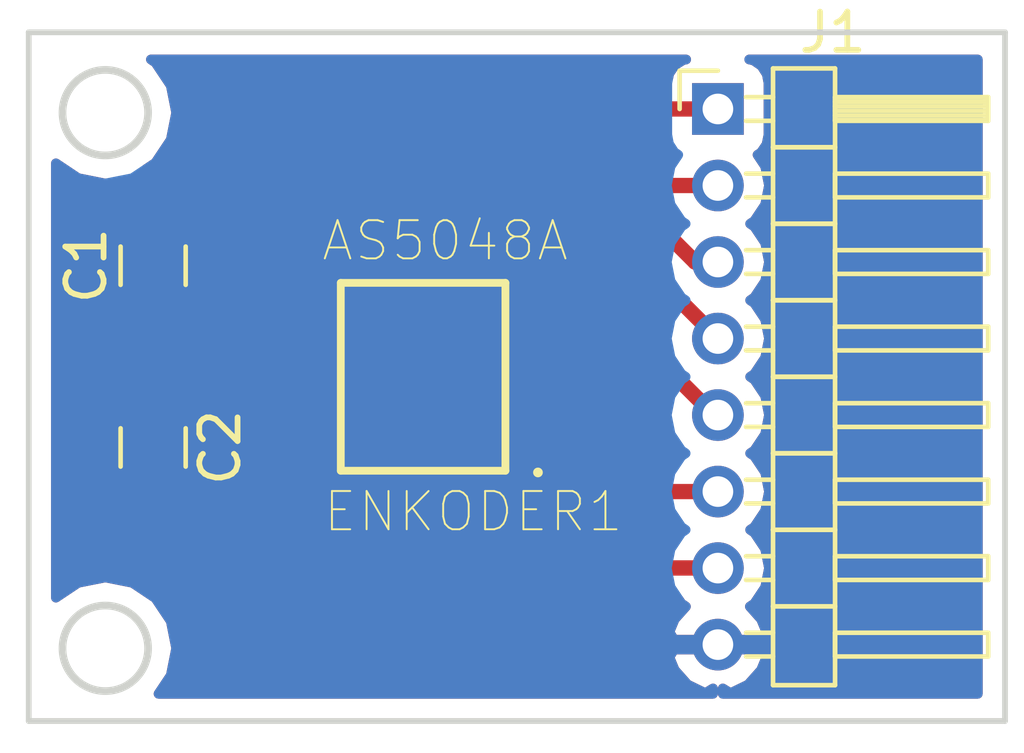
<source format=kicad_pcb>
(kicad_pcb (version 4) (host pcbnew 4.0.6)

  (general
    (links 13)
    (no_connects 1)
    (area 148.75 77.0286 175.534434 97.0786)
    (thickness 1.6)
    (drawings 6)
    (tracks 83)
    (zones 0)
    (modules 4)
    (nets 14)
  )

  (page A4)
  (layers
    (0 F.Cu signal)
    (31 B.Cu signal)
    (32 B.Adhes user)
    (33 F.Adhes user)
    (34 B.Paste user)
    (35 F.Paste user)
    (36 B.SilkS user)
    (37 F.SilkS user)
    (38 B.Mask user)
    (39 F.Mask user)
    (40 Dwgs.User user)
    (41 Cmts.User user)
    (42 Eco1.User user)
    (43 Eco2.User user)
    (44 Edge.Cuts user)
    (45 Margin user)
    (46 B.CrtYd user)
    (47 F.CrtYd user)
    (48 B.Fab user)
    (49 F.Fab user)
  )

  (setup
    (last_trace_width 0.4)
    (user_trace_width 0.4)
    (trace_clearance 0.2)
    (zone_clearance 0.508)
    (zone_45_only no)
    (trace_min 0.2)
    (segment_width 0.2)
    (edge_width 0.2)
    (via_size 0.6)
    (via_drill 0.4)
    (via_min_size 0.4)
    (via_min_drill 0.3)
    (uvia_size 0.3)
    (uvia_drill 0.1)
    (uvias_allowed no)
    (uvia_min_size 0.2)
    (uvia_min_drill 0.1)
    (pcb_text_width 0.3)
    (pcb_text_size 1.5 1.5)
    (mod_edge_width 0.15)
    (mod_text_size 1 1)
    (mod_text_width 0.15)
    (pad_size 1.524 1.524)
    (pad_drill 0.762)
    (pad_to_mask_clearance 0.2)
    (aux_axis_origin 0 0)
    (visible_elements 7FFFFFFF)
    (pcbplotparams
      (layerselection 0x00030_80000001)
      (usegerberextensions false)
      (excludeedgelayer true)
      (linewidth 0.100000)
      (plotframeref false)
      (viasonmask false)
      (mode 1)
      (useauxorigin false)
      (hpglpennumber 1)
      (hpglpenspeed 20)
      (hpglpendiameter 15)
      (hpglpenoverlay 2)
      (psnegative false)
      (psa4output false)
      (plotreference true)
      (plotvalue true)
      (plotinvisibletext false)
      (padsonsilk false)
      (subtractmaskfromsilk false)
      (outputformat 1)
      (mirror false)
      (drillshape 1)
      (scaleselection 1)
      (outputdirectory ""))
  )

  (net 0 "")
  (net 1 "Net-(ENKODER1-Pad5)")
  (net 2 "Net-(ENKODER1-Pad6)")
  (net 3 "Net-(ENKODER1-Pad7)")
  (net 4 "Net-(ENKODER1-Pad8)")
  (net 5 "Net-(ENKODER1-Pad9)")
  (net 6 "Net-(ENKODER1-Pad10)")
  (net 7 /3V3)
  (net 8 /GND)
  (net 9 /CSn)
  (net 10 /CLK)
  (net 11 /MISO)
  (net 12 /MOSI)
  (net 13 /PWM)

  (net_class Default "To jest domyślna klasa połączeń."
    (clearance 0.2)
    (trace_width 0.25)
    (via_dia 0.6)
    (via_drill 0.4)
    (uvia_dia 0.3)
    (uvia_drill 0.1)
    (add_net /3V3)
    (add_net /CLK)
    (add_net /CSn)
    (add_net /GND)
    (add_net /MISO)
    (add_net /MOSI)
    (add_net /PWM)
    (add_net "Net-(ENKODER1-Pad10)")
    (add_net "Net-(ENKODER1-Pad5)")
    (add_net "Net-(ENKODER1-Pad6)")
    (add_net "Net-(ENKODER1-Pad7)")
    (add_net "Net-(ENKODER1-Pad8)")
    (add_net "Net-(ENKODER1-Pad9)")
  )

  (net_class sciezka ""
    (clearance 0.2)
    (trace_width 0.4)
    (via_dia 0.6)
    (via_drill 0.4)
    (uvia_dia 0.3)
    (uvia_drill 0.1)
  )

  (module Capacitors_SMD:C_0805_HandSoldering (layer F.Cu) (tedit 58AA84A8) (tstamp 58F1FBFE)
    (at 152.75 84.1 90)
    (descr "Capacitor SMD 0805, hand soldering")
    (tags "capacitor 0805")
    (path /58EFE2E7)
    (attr smd)
    (fp_text reference C1 (at 0 -1.75 90) (layer F.SilkS)
      (effects (font (size 1 1) (thickness 0.15)))
    )
    (fp_text value 100nF (at 0 1.75 90) (layer F.Fab)
      (effects (font (size 1 1) (thickness 0.15)))
    )
    (fp_text user %R (at 0 -1.75 90) (layer F.Fab)
      (effects (font (size 1 1) (thickness 0.15)))
    )
    (fp_line (start -1 0.62) (end -1 -0.62) (layer F.Fab) (width 0.1))
    (fp_line (start 1 0.62) (end -1 0.62) (layer F.Fab) (width 0.1))
    (fp_line (start 1 -0.62) (end 1 0.62) (layer F.Fab) (width 0.1))
    (fp_line (start -1 -0.62) (end 1 -0.62) (layer F.Fab) (width 0.1))
    (fp_line (start 0.5 -0.85) (end -0.5 -0.85) (layer F.SilkS) (width 0.12))
    (fp_line (start -0.5 0.85) (end 0.5 0.85) (layer F.SilkS) (width 0.12))
    (fp_line (start -2.25 -0.88) (end 2.25 -0.88) (layer F.CrtYd) (width 0.05))
    (fp_line (start -2.25 -0.88) (end -2.25 0.87) (layer F.CrtYd) (width 0.05))
    (fp_line (start 2.25 0.87) (end 2.25 -0.88) (layer F.CrtYd) (width 0.05))
    (fp_line (start 2.25 0.87) (end -2.25 0.87) (layer F.CrtYd) (width 0.05))
    (pad 1 smd rect (at -1.25 0 90) (size 1.5 1.25) (layers F.Cu F.Paste F.Mask)
      (net 7 /3V3))
    (pad 2 smd rect (at 1.25 0 90) (size 1.5 1.25) (layers F.Cu F.Paste F.Mask)
      (net 8 /GND))
    (model Capacitors_SMD.3dshapes/C_0805.wrl
      (at (xyz 0 0 0))
      (scale (xyz 1 1 1))
      (rotate (xyz 0 0 0))
    )
  )

  (module Capacitors_SMD:C_0805_HandSoldering (layer F.Cu) (tedit 58AA84A8) (tstamp 58F1FC04)
    (at 152.75 88.85 270)
    (descr "Capacitor SMD 0805, hand soldering")
    (tags "capacitor 0805")
    (path /58EFE32E)
    (attr smd)
    (fp_text reference C2 (at 0 -1.75 270) (layer F.SilkS)
      (effects (font (size 1 1) (thickness 0.15)))
    )
    (fp_text value 10uF (at 0 1.75 270) (layer F.Fab)
      (effects (font (size 1 1) (thickness 0.15)))
    )
    (fp_text user %R (at 0 -1.75 270) (layer F.Fab)
      (effects (font (size 1 1) (thickness 0.15)))
    )
    (fp_line (start -1 0.62) (end -1 -0.62) (layer F.Fab) (width 0.1))
    (fp_line (start 1 0.62) (end -1 0.62) (layer F.Fab) (width 0.1))
    (fp_line (start 1 -0.62) (end 1 0.62) (layer F.Fab) (width 0.1))
    (fp_line (start -1 -0.62) (end 1 -0.62) (layer F.Fab) (width 0.1))
    (fp_line (start 0.5 -0.85) (end -0.5 -0.85) (layer F.SilkS) (width 0.12))
    (fp_line (start -0.5 0.85) (end 0.5 0.85) (layer F.SilkS) (width 0.12))
    (fp_line (start -2.25 -0.88) (end 2.25 -0.88) (layer F.CrtYd) (width 0.05))
    (fp_line (start -2.25 -0.88) (end -2.25 0.87) (layer F.CrtYd) (width 0.05))
    (fp_line (start 2.25 0.87) (end 2.25 -0.88) (layer F.CrtYd) (width 0.05))
    (fp_line (start 2.25 0.87) (end -2.25 0.87) (layer F.CrtYd) (width 0.05))
    (pad 1 smd rect (at -1.25 0 270) (size 1.5 1.25) (layers F.Cu F.Paste F.Mask)
      (net 7 /3V3))
    (pad 2 smd rect (at 1.25 0 270) (size 1.5 1.25) (layers F.Cu F.Paste F.Mask)
      (net 8 /GND))
    (model Capacitors_SMD.3dshapes/C_0805.wrl
      (at (xyz 0 0 0))
      (scale (xyz 1 1 1))
      (rotate (xyz 0 0 0))
    )
  )

  (module AS5048A-HTSP-500:SOP65P640X120-14N (layer F.Cu) (tedit 0) (tstamp 58F1FC16)
    (at 159.8011 87.0036 180)
    (path /58EFE809)
    (solder_mask_margin 0.1)
    (attr smd)
    (fp_text reference ENKODER1 (at -1.31 -3.525 180) (layer F.SilkS)
      (effects (font (size 1 1) (thickness 0.05)))
    )
    (fp_text value AS5048A (at -0.575 3.555 180) (layer F.SilkS)
      (effects (font (size 1 1) (thickness 0.05)))
    )
    (fp_line (start -2.15 2.455) (end -2.15 -2.455) (layer F.SilkS) (width 0.2032))
    (fp_line (start -2.15 -2.455) (end 2.15 -2.455) (layer F.SilkS) (width 0.2032))
    (fp_line (start 2.15 2.455) (end -2.15 2.455) (layer F.SilkS) (width 0.2032))
    (fp_line (start 2.15 -2.455) (end 2.15 2.455) (layer F.SilkS) (width 0.2032))
    (fp_circle (center -1.525 -1.825) (end -1.15 -1.825) (layer Dwgs.User) (width 0))
    (fp_poly (pts (xy -2.225 -2.1) (xy -2.225 -1.8) (xy -3.2 -1.8) (xy -3.2 -2.1)) (layer Dwgs.User) (width 0.381))
    (fp_poly (pts (xy -2.225 -1.45) (xy -2.225 -1.15) (xy -3.2 -1.15) (xy -3.2 -1.45)) (layer Dwgs.User) (width 0.381))
    (fp_poly (pts (xy -2.225 -0.8) (xy -2.225 -0.5) (xy -3.2 -0.5) (xy -3.2 -0.8)) (layer Dwgs.User) (width 0.381))
    (fp_poly (pts (xy -2.225 -0.15) (xy -2.225 0.15) (xy -3.2 0.15) (xy -3.2 -0.15)) (layer Dwgs.User) (width 0.381))
    (fp_poly (pts (xy -2.225 0.5) (xy -2.225 0.8) (xy -3.2 0.8) (xy -3.2 0.5)) (layer Dwgs.User) (width 0.381))
    (fp_poly (pts (xy -2.225 1.15) (xy -2.225 1.45) (xy -3.2 1.45) (xy -3.2 1.15)) (layer Dwgs.User) (width 0.381))
    (fp_poly (pts (xy -2.225 1.8) (xy -2.225 2.1) (xy -3.2 2.1) (xy -3.2 1.8)) (layer Dwgs.User) (width 0.381))
    (fp_poly (pts (xy 2.225 2.1) (xy 2.225 1.8) (xy 3.2 1.8) (xy 3.2 2.1)) (layer Dwgs.User) (width 0.381))
    (fp_poly (pts (xy 2.225 1.45) (xy 2.225 1.15) (xy 3.2 1.15) (xy 3.2 1.45)) (layer Dwgs.User) (width 0.381))
    (fp_poly (pts (xy 2.225 0.8) (xy 2.225 0.5) (xy 3.2 0.5) (xy 3.2 0.8)) (layer Dwgs.User) (width 0.381))
    (fp_poly (pts (xy 2.225 0.15) (xy 2.225 -0.15) (xy 3.2 -0.15) (xy 3.2 0.15)) (layer Dwgs.User) (width 0.381))
    (fp_poly (pts (xy 2.225 -0.5) (xy 2.225 -0.8) (xy 3.2 -0.8) (xy 3.2 -0.5)) (layer Dwgs.User) (width 0.381))
    (fp_poly (pts (xy 2.225 -1.15) (xy 2.225 -1.45) (xy 3.2 -1.45) (xy 3.2 -1.15)) (layer Dwgs.User) (width 0.381))
    (fp_poly (pts (xy 2.225 -1.8) (xy 2.225 -2.1) (xy 3.2 -2.1) (xy 3.2 -1.8)) (layer Dwgs.User) (width 0.381))
    (fp_circle (center -3 -2.5) (end -2.873 -2.5) (layer F.SilkS) (width 0))
    (fp_line (start -3.75 -2.75) (end 3.75 -2.75) (layer Dwgs.User) (width 0.127))
    (fp_line (start 3.75 -2.75) (end 3.75 2.75) (layer Dwgs.User) (width 0.127))
    (fp_line (start 3.75 2.75) (end -3.75 2.75) (layer Dwgs.User) (width 0.127))
    (fp_line (start -3.75 2.75) (end -3.75 -2.75) (layer Dwgs.User) (width 0.127))
    (pad 1 smd rect (at -2.825 -1.95 90) (size 0.35 1) (layers F.Cu F.Paste F.Mask)
      (net 9 /CSn) (solder_mask_margin 0.2))
    (pad 2 smd rect (at -2.825 -1.3 90) (size 0.35 1) (layers F.Cu F.Paste F.Mask)
      (net 10 /CLK) (solder_mask_margin 0.2))
    (pad 3 smd rect (at -2.825 -0.65 90) (size 0.35 1) (layers F.Cu F.Paste F.Mask)
      (net 11 /MISO) (solder_mask_margin 0.2))
    (pad 4 smd rect (at -2.825 0 90) (size 0.35 1) (layers F.Cu F.Paste F.Mask)
      (net 12 /MOSI) (solder_mask_margin 0.2))
    (pad 5 smd rect (at -2.825 0.65 90) (size 0.35 1) (layers F.Cu F.Paste F.Mask)
      (net 1 "Net-(ENKODER1-Pad5)") (solder_mask_margin 0.2))
    (pad 6 smd rect (at -2.825 1.3 90) (size 0.35 1) (layers F.Cu F.Paste F.Mask)
      (net 2 "Net-(ENKODER1-Pad6)") (solder_mask_margin 0.2))
    (pad 7 smd rect (at -2.825 1.95 90) (size 0.35 1) (layers F.Cu F.Paste F.Mask)
      (net 3 "Net-(ENKODER1-Pad7)") (solder_mask_margin 0.2))
    (pad 8 smd rect (at 2.825 1.95 270) (size 0.35 1) (layers F.Cu F.Paste F.Mask)
      (net 4 "Net-(ENKODER1-Pad8)") (solder_mask_margin 0.2))
    (pad 9 smd rect (at 2.825 1.3 270) (size 0.35 1) (layers F.Cu F.Paste F.Mask)
      (net 5 "Net-(ENKODER1-Pad9)") (solder_mask_margin 0.2))
    (pad 10 smd rect (at 2.825 0.65 270) (size 0.35 1) (layers F.Cu F.Paste F.Mask)
      (net 6 "Net-(ENKODER1-Pad10)") (solder_mask_margin 0.2))
    (pad 11 smd rect (at 2.825 0 270) (size 0.35 1) (layers F.Cu F.Paste F.Mask)
      (net 7 /3V3) (solder_mask_margin 0.2))
    (pad 12 smd rect (at 2.825 -0.65 270) (size 0.35 1) (layers F.Cu F.Paste F.Mask)
      (net 7 /3V3) (solder_mask_margin 0.2))
    (pad 13 smd rect (at 2.825 -1.3 270) (size 0.35 1) (layers F.Cu F.Paste F.Mask)
      (net 8 /GND) (solder_mask_margin 0.2))
    (pad 14 smd rect (at 2.825 -1.95 270) (size 0.35 1) (layers F.Cu F.Paste F.Mask)
      (net 13 /PWM) (solder_mask_margin 0.2))
  )

  (module Pin_Headers:Pin_Header_Angled_1x08_Pitch2.00mm (layer F.Cu) (tedit 58CD4EC9) (tstamp 58F1FC22)
    (at 167.5011 80.0036)
    (descr "Through hole angled pin header, 1x08, 2.00mm pitch, 4mm pin length, single row")
    (tags "Through hole angled pin header THT 1x08 2.00mm single row")
    (path /58F1FDBF)
    (fp_text reference J1 (at 3 -2) (layer F.SilkS)
      (effects (font (size 1 1) (thickness 0.15)))
    )
    (fp_text value CONN_01X08 (at 3 16) (layer F.Fab)
      (effects (font (size 1 1) (thickness 0.15)))
    )
    (fp_line (start 1.5 -1) (end 1.5 1) (layer F.Fab) (width 0.1))
    (fp_line (start 1.5 1) (end 3 1) (layer F.Fab) (width 0.1))
    (fp_line (start 3 1) (end 3 -1) (layer F.Fab) (width 0.1))
    (fp_line (start 3 -1) (end 1.5 -1) (layer F.Fab) (width 0.1))
    (fp_line (start 0 -0.25) (end 0 0.25) (layer F.Fab) (width 0.1))
    (fp_line (start 0 0.25) (end 7 0.25) (layer F.Fab) (width 0.1))
    (fp_line (start 7 0.25) (end 7 -0.25) (layer F.Fab) (width 0.1))
    (fp_line (start 7 -0.25) (end 0 -0.25) (layer F.Fab) (width 0.1))
    (fp_line (start 1.5 1) (end 1.5 3) (layer F.Fab) (width 0.1))
    (fp_line (start 1.5 3) (end 3 3) (layer F.Fab) (width 0.1))
    (fp_line (start 3 3) (end 3 1) (layer F.Fab) (width 0.1))
    (fp_line (start 3 1) (end 1.5 1) (layer F.Fab) (width 0.1))
    (fp_line (start 0 1.75) (end 0 2.25) (layer F.Fab) (width 0.1))
    (fp_line (start 0 2.25) (end 7 2.25) (layer F.Fab) (width 0.1))
    (fp_line (start 7 2.25) (end 7 1.75) (layer F.Fab) (width 0.1))
    (fp_line (start 7 1.75) (end 0 1.75) (layer F.Fab) (width 0.1))
    (fp_line (start 1.5 3) (end 1.5 5) (layer F.Fab) (width 0.1))
    (fp_line (start 1.5 5) (end 3 5) (layer F.Fab) (width 0.1))
    (fp_line (start 3 5) (end 3 3) (layer F.Fab) (width 0.1))
    (fp_line (start 3 3) (end 1.5 3) (layer F.Fab) (width 0.1))
    (fp_line (start 0 3.75) (end 0 4.25) (layer F.Fab) (width 0.1))
    (fp_line (start 0 4.25) (end 7 4.25) (layer F.Fab) (width 0.1))
    (fp_line (start 7 4.25) (end 7 3.75) (layer F.Fab) (width 0.1))
    (fp_line (start 7 3.75) (end 0 3.75) (layer F.Fab) (width 0.1))
    (fp_line (start 1.5 5) (end 1.5 7) (layer F.Fab) (width 0.1))
    (fp_line (start 1.5 7) (end 3 7) (layer F.Fab) (width 0.1))
    (fp_line (start 3 7) (end 3 5) (layer F.Fab) (width 0.1))
    (fp_line (start 3 5) (end 1.5 5) (layer F.Fab) (width 0.1))
    (fp_line (start 0 5.75) (end 0 6.25) (layer F.Fab) (width 0.1))
    (fp_line (start 0 6.25) (end 7 6.25) (layer F.Fab) (width 0.1))
    (fp_line (start 7 6.25) (end 7 5.75) (layer F.Fab) (width 0.1))
    (fp_line (start 7 5.75) (end 0 5.75) (layer F.Fab) (width 0.1))
    (fp_line (start 1.5 7) (end 1.5 9) (layer F.Fab) (width 0.1))
    (fp_line (start 1.5 9) (end 3 9) (layer F.Fab) (width 0.1))
    (fp_line (start 3 9) (end 3 7) (layer F.Fab) (width 0.1))
    (fp_line (start 3 7) (end 1.5 7) (layer F.Fab) (width 0.1))
    (fp_line (start 0 7.75) (end 0 8.25) (layer F.Fab) (width 0.1))
    (fp_line (start 0 8.25) (end 7 8.25) (layer F.Fab) (width 0.1))
    (fp_line (start 7 8.25) (end 7 7.75) (layer F.Fab) (width 0.1))
    (fp_line (start 7 7.75) (end 0 7.75) (layer F.Fab) (width 0.1))
    (fp_line (start 1.5 9) (end 1.5 11) (layer F.Fab) (width 0.1))
    (fp_line (start 1.5 11) (end 3 11) (layer F.Fab) (width 0.1))
    (fp_line (start 3 11) (end 3 9) (layer F.Fab) (width 0.1))
    (fp_line (start 3 9) (end 1.5 9) (layer F.Fab) (width 0.1))
    (fp_line (start 0 9.75) (end 0 10.25) (layer F.Fab) (width 0.1))
    (fp_line (start 0 10.25) (end 7 10.25) (layer F.Fab) (width 0.1))
    (fp_line (start 7 10.25) (end 7 9.75) (layer F.Fab) (width 0.1))
    (fp_line (start 7 9.75) (end 0 9.75) (layer F.Fab) (width 0.1))
    (fp_line (start 1.5 11) (end 1.5 13) (layer F.Fab) (width 0.1))
    (fp_line (start 1.5 13) (end 3 13) (layer F.Fab) (width 0.1))
    (fp_line (start 3 13) (end 3 11) (layer F.Fab) (width 0.1))
    (fp_line (start 3 11) (end 1.5 11) (layer F.Fab) (width 0.1))
    (fp_line (start 0 11.75) (end 0 12.25) (layer F.Fab) (width 0.1))
    (fp_line (start 0 12.25) (end 7 12.25) (layer F.Fab) (width 0.1))
    (fp_line (start 7 12.25) (end 7 11.75) (layer F.Fab) (width 0.1))
    (fp_line (start 7 11.75) (end 0 11.75) (layer F.Fab) (width 0.1))
    (fp_line (start 1.5 13) (end 1.5 15) (layer F.Fab) (width 0.1))
    (fp_line (start 1.5 15) (end 3 15) (layer F.Fab) (width 0.1))
    (fp_line (start 3 15) (end 3 13) (layer F.Fab) (width 0.1))
    (fp_line (start 3 13) (end 1.5 13) (layer F.Fab) (width 0.1))
    (fp_line (start 0 13.75) (end 0 14.25) (layer F.Fab) (width 0.1))
    (fp_line (start 0 14.25) (end 7 14.25) (layer F.Fab) (width 0.1))
    (fp_line (start 7 14.25) (end 7 13.75) (layer F.Fab) (width 0.1))
    (fp_line (start 7 13.75) (end 0 13.75) (layer F.Fab) (width 0.1))
    (fp_line (start 1.44 -1.06) (end 1.44 1) (layer F.SilkS) (width 0.12))
    (fp_line (start 1.44 1) (end 3.06 1) (layer F.SilkS) (width 0.12))
    (fp_line (start 3.06 1) (end 3.06 -1.06) (layer F.SilkS) (width 0.12))
    (fp_line (start 3.06 -1.06) (end 1.44 -1.06) (layer F.SilkS) (width 0.12))
    (fp_line (start 3.06 -0.31) (end 3.06 0.31) (layer F.SilkS) (width 0.12))
    (fp_line (start 3.06 0.31) (end 7.06 0.31) (layer F.SilkS) (width 0.12))
    (fp_line (start 7.06 0.31) (end 7.06 -0.31) (layer F.SilkS) (width 0.12))
    (fp_line (start 7.06 -0.31) (end 3.06 -0.31) (layer F.SilkS) (width 0.12))
    (fp_line (start 0.735 -0.31) (end 1.44 -0.31) (layer F.SilkS) (width 0.12))
    (fp_line (start 0.735 0.31) (end 1.44 0.31) (layer F.SilkS) (width 0.12))
    (fp_line (start 3.06 -0.19) (end 7.06 -0.19) (layer F.SilkS) (width 0.12))
    (fp_line (start 3.06 -0.07) (end 7.06 -0.07) (layer F.SilkS) (width 0.12))
    (fp_line (start 3.06 0.05) (end 7.06 0.05) (layer F.SilkS) (width 0.12))
    (fp_line (start 3.06 0.17) (end 7.06 0.17) (layer F.SilkS) (width 0.12))
    (fp_line (start 3.06 0.29) (end 7.06 0.29) (layer F.SilkS) (width 0.12))
    (fp_line (start 1.44 1) (end 1.44 3) (layer F.SilkS) (width 0.12))
    (fp_line (start 1.44 3) (end 3.06 3) (layer F.SilkS) (width 0.12))
    (fp_line (start 3.06 3) (end 3.06 1) (layer F.SilkS) (width 0.12))
    (fp_line (start 3.06 1) (end 1.44 1) (layer F.SilkS) (width 0.12))
    (fp_line (start 3.06 1.69) (end 3.06 2.31) (layer F.SilkS) (width 0.12))
    (fp_line (start 3.06 2.31) (end 7.06 2.31) (layer F.SilkS) (width 0.12))
    (fp_line (start 7.06 2.31) (end 7.06 1.69) (layer F.SilkS) (width 0.12))
    (fp_line (start 7.06 1.69) (end 3.06 1.69) (layer F.SilkS) (width 0.12))
    (fp_line (start 0.735 1.69) (end 1.44 1.69) (layer F.SilkS) (width 0.12))
    (fp_line (start 0.735 2.31) (end 1.44 2.31) (layer F.SilkS) (width 0.12))
    (fp_line (start 1.44 3) (end 1.44 5) (layer F.SilkS) (width 0.12))
    (fp_line (start 1.44 5) (end 3.06 5) (layer F.SilkS) (width 0.12))
    (fp_line (start 3.06 5) (end 3.06 3) (layer F.SilkS) (width 0.12))
    (fp_line (start 3.06 3) (end 1.44 3) (layer F.SilkS) (width 0.12))
    (fp_line (start 3.06 3.69) (end 3.06 4.31) (layer F.SilkS) (width 0.12))
    (fp_line (start 3.06 4.31) (end 7.06 4.31) (layer F.SilkS) (width 0.12))
    (fp_line (start 7.06 4.31) (end 7.06 3.69) (layer F.SilkS) (width 0.12))
    (fp_line (start 7.06 3.69) (end 3.06 3.69) (layer F.SilkS) (width 0.12))
    (fp_line (start 0.735 3.69) (end 1.44 3.69) (layer F.SilkS) (width 0.12))
    (fp_line (start 0.735 4.31) (end 1.44 4.31) (layer F.SilkS) (width 0.12))
    (fp_line (start 1.44 5) (end 1.44 7) (layer F.SilkS) (width 0.12))
    (fp_line (start 1.44 7) (end 3.06 7) (layer F.SilkS) (width 0.12))
    (fp_line (start 3.06 7) (end 3.06 5) (layer F.SilkS) (width 0.12))
    (fp_line (start 3.06 5) (end 1.44 5) (layer F.SilkS) (width 0.12))
    (fp_line (start 3.06 5.69) (end 3.06 6.31) (layer F.SilkS) (width 0.12))
    (fp_line (start 3.06 6.31) (end 7.06 6.31) (layer F.SilkS) (width 0.12))
    (fp_line (start 7.06 6.31) (end 7.06 5.69) (layer F.SilkS) (width 0.12))
    (fp_line (start 7.06 5.69) (end 3.06 5.69) (layer F.SilkS) (width 0.12))
    (fp_line (start 0.735 5.69) (end 1.44 5.69) (layer F.SilkS) (width 0.12))
    (fp_line (start 0.735 6.31) (end 1.44 6.31) (layer F.SilkS) (width 0.12))
    (fp_line (start 1.44 7) (end 1.44 9) (layer F.SilkS) (width 0.12))
    (fp_line (start 1.44 9) (end 3.06 9) (layer F.SilkS) (width 0.12))
    (fp_line (start 3.06 9) (end 3.06 7) (layer F.SilkS) (width 0.12))
    (fp_line (start 3.06 7) (end 1.44 7) (layer F.SilkS) (width 0.12))
    (fp_line (start 3.06 7.69) (end 3.06 8.31) (layer F.SilkS) (width 0.12))
    (fp_line (start 3.06 8.31) (end 7.06 8.31) (layer F.SilkS) (width 0.12))
    (fp_line (start 7.06 8.31) (end 7.06 7.69) (layer F.SilkS) (width 0.12))
    (fp_line (start 7.06 7.69) (end 3.06 7.69) (layer F.SilkS) (width 0.12))
    (fp_line (start 0.735 7.69) (end 1.44 7.69) (layer F.SilkS) (width 0.12))
    (fp_line (start 0.735 8.31) (end 1.44 8.31) (layer F.SilkS) (width 0.12))
    (fp_line (start 1.44 9) (end 1.44 11) (layer F.SilkS) (width 0.12))
    (fp_line (start 1.44 11) (end 3.06 11) (layer F.SilkS) (width 0.12))
    (fp_line (start 3.06 11) (end 3.06 9) (layer F.SilkS) (width 0.12))
    (fp_line (start 3.06 9) (end 1.44 9) (layer F.SilkS) (width 0.12))
    (fp_line (start 3.06 9.69) (end 3.06 10.31) (layer F.SilkS) (width 0.12))
    (fp_line (start 3.06 10.31) (end 7.06 10.31) (layer F.SilkS) (width 0.12))
    (fp_line (start 7.06 10.31) (end 7.06 9.69) (layer F.SilkS) (width 0.12))
    (fp_line (start 7.06 9.69) (end 3.06 9.69) (layer F.SilkS) (width 0.12))
    (fp_line (start 0.735 9.69) (end 1.44 9.69) (layer F.SilkS) (width 0.12))
    (fp_line (start 0.735 10.31) (end 1.44 10.31) (layer F.SilkS) (width 0.12))
    (fp_line (start 1.44 11) (end 1.44 13) (layer F.SilkS) (width 0.12))
    (fp_line (start 1.44 13) (end 3.06 13) (layer F.SilkS) (width 0.12))
    (fp_line (start 3.06 13) (end 3.06 11) (layer F.SilkS) (width 0.12))
    (fp_line (start 3.06 11) (end 1.44 11) (layer F.SilkS) (width 0.12))
    (fp_line (start 3.06 11.69) (end 3.06 12.31) (layer F.SilkS) (width 0.12))
    (fp_line (start 3.06 12.31) (end 7.06 12.31) (layer F.SilkS) (width 0.12))
    (fp_line (start 7.06 12.31) (end 7.06 11.69) (layer F.SilkS) (width 0.12))
    (fp_line (start 7.06 11.69) (end 3.06 11.69) (layer F.SilkS) (width 0.12))
    (fp_line (start 0.735 11.69) (end 1.44 11.69) (layer F.SilkS) (width 0.12))
    (fp_line (start 0.735 12.31) (end 1.44 12.31) (layer F.SilkS) (width 0.12))
    (fp_line (start 1.44 13) (end 1.44 15.06) (layer F.SilkS) (width 0.12))
    (fp_line (start 1.44 15.06) (end 3.06 15.06) (layer F.SilkS) (width 0.12))
    (fp_line (start 3.06 15.06) (end 3.06 13) (layer F.SilkS) (width 0.12))
    (fp_line (start 3.06 13) (end 1.44 13) (layer F.SilkS) (width 0.12))
    (fp_line (start 3.06 13.69) (end 3.06 14.31) (layer F.SilkS) (width 0.12))
    (fp_line (start 3.06 14.31) (end 7.06 14.31) (layer F.SilkS) (width 0.12))
    (fp_line (start 7.06 14.31) (end 7.06 13.69) (layer F.SilkS) (width 0.12))
    (fp_line (start 7.06 13.69) (end 3.06 13.69) (layer F.SilkS) (width 0.12))
    (fp_line (start 0.735 13.69) (end 1.44 13.69) (layer F.SilkS) (width 0.12))
    (fp_line (start 0.735 14.31) (end 1.44 14.31) (layer F.SilkS) (width 0.12))
    (fp_line (start -1 0) (end -1 -1) (layer F.SilkS) (width 0.12))
    (fp_line (start -1 -1) (end 0 -1) (layer F.SilkS) (width 0.12))
    (fp_line (start -1.5 -1.5) (end -1.5 15.5) (layer F.CrtYd) (width 0.05))
    (fp_line (start -1.5 15.5) (end 7.5 15.5) (layer F.CrtYd) (width 0.05))
    (fp_line (start 7.5 15.5) (end 7.5 -1.5) (layer F.CrtYd) (width 0.05))
    (fp_line (start 7.5 -1.5) (end -1.5 -1.5) (layer F.CrtYd) (width 0.05))
    (fp_text user %R (at 3 -2) (layer F.Fab)
      (effects (font (size 1 1) (thickness 0.15)))
    )
    (pad 1 thru_hole rect (at 0 0) (size 1.35 1.35) (drill 0.8) (layers *.Cu *.Mask)
      (net 7 /3V3))
    (pad 2 thru_hole oval (at 0 2) (size 1.35 1.35) (drill 0.8) (layers *.Cu *.Mask)
      (net 7 /3V3))
    (pad 3 thru_hole oval (at 0 4) (size 1.35 1.35) (drill 0.8) (layers *.Cu *.Mask)
      (net 13 /PWM))
    (pad 4 thru_hole oval (at 0 6) (size 1.35 1.35) (drill 0.8) (layers *.Cu *.Mask)
      (net 9 /CSn))
    (pad 5 thru_hole oval (at 0 8) (size 1.35 1.35) (drill 0.8) (layers *.Cu *.Mask)
      (net 10 /CLK))
    (pad 6 thru_hole oval (at 0 10) (size 1.35 1.35) (drill 0.8) (layers *.Cu *.Mask)
      (net 12 /MOSI))
    (pad 7 thru_hole oval (at 0 12) (size 1.35 1.35) (drill 0.8) (layers *.Cu *.Mask)
      (net 11 /MISO))
    (pad 8 thru_hole oval (at 0 14) (size 1.35 1.35) (drill 0.8) (layers *.Cu *.Mask)
      (net 8 /GND))
    (model ${KISYS3DMOD}/Pin_Headers.3dshapes/Pin_Header_Angled_1x08_Pitch2.00mm.wrl
      (at (xyz 0 -0.275591 0))
      (scale (xyz 1 1 1))
      (rotate (xyz 0 0 90))
    )
  )

  (gr_line (start 149.5 78) (end 149.5 96) (angle 90) (layer Edge.Cuts) (width 0.15))
  (gr_line (start 175 78) (end 149.5 78) (angle 90) (layer Edge.Cuts) (width 0.15))
  (gr_line (start 175 96) (end 149.5 96) (angle 90) (layer Edge.Cuts) (width 0.15))
  (gr_circle (center 151.5 94.1) (end 152.5 94.6) (layer Edge.Cuts) (width 0.2))
  (gr_circle (center 151.5 80.1) (end 152 81.1) (layer Edge.Cuts) (width 0.2))
  (gr_line (start 175 78) (end 175 96) (angle 90) (layer Edge.Cuts) (width 0.15))

  (segment (start 154.955 84.455) (end 154.935 84.455) (width 0.4) (layer F.Cu) (net 7))
  (segment (start 154.935 84.455) (end 154.04 85.35) (width 0.4) (layer F.Cu) (net 7) (tstamp 58F7D0D9))
  (segment (start 154.35 85.35) (end 154.39 85.35) (width 0.4) (layer F.Cu) (net 7))
  (segment (start 167.5011 80.0036) (end 159.4064 80.0036) (width 0.4) (layer F.Cu) (net 7))
  (segment (start 158.535 80.875) (end 159.4064 80.0036) (width 0.4) (layer F.Cu) (net 7) (tstamp 58F7D0B8))
  (segment (start 158.535 80.875) (end 154.955 84.455) (width 0.4) (layer F.Cu) (net 7))
  (segment (start 154.955 85.955) (end 154.93 85.93) (width 0.4) (layer F.Cu) (net 7) (tstamp 58F7D0C4))
  (segment (start 158.25 87.25) (end 158.25 87.3) (width 0.4) (layer F.Cu) (net 7))
  (segment (start 158.25 87.3) (end 157.8964 87.6536) (width 0.4) (layer F.Cu) (net 7) (tstamp 58F205B1))
  (segment (start 157.8964 87.6536) (end 156.9761 87.6536) (width 0.4) (layer F.Cu) (net 7) (tstamp 58F205B2))
  (segment (start 158.7 83.1) (end 158.3 83.5) (width 0.4) (layer F.Cu) (net 7))
  (segment (start 158.3 87.2) (end 158.25 87.25) (width 0.4) (layer F.Cu) (net 7) (tstamp 58F2058A))
  (segment (start 158.25 87.25) (end 158.2 87.3) (width 0.4) (layer F.Cu) (net 7) (tstamp 58F205AF))
  (segment (start 158.3 83.5) (end 158.3 87.2) (width 0.4) (layer F.Cu) (net 7) (tstamp 58F20588))
  (segment (start 156.9761 87.6536) (end 152.8036 87.6536) (width 0.4) (layer F.Cu) (net 7))
  (segment (start 152.8036 87.6536) (end 152.75 87.6) (width 0.4) (layer F.Cu) (net 7) (tstamp 58F20502))
  (segment (start 167.5011 82.0036) (end 166.0036 82.0036) (width 0.4) (layer F.Cu) (net 7))
  (segment (start 160.9 80.9) (end 158.7 83.1) (width 0.4) (layer F.Cu) (net 7) (tstamp 58F204CB))
  (segment (start 158.7 83.1) (end 158.6 83.2) (width 0.4) (layer F.Cu) (net 7) (tstamp 58F20586))
  (segment (start 164.9 80.9) (end 160.9 80.9) (width 0.4) (layer F.Cu) (net 7) (tstamp 58F204C9))
  (segment (start 166.0036 82.0036) (end 164.9 80.9) (width 0.4) (layer F.Cu) (net 7) (tstamp 58F204C1))
  (segment (start 152.75 85.35) (end 154.04 85.35) (width 0.4) (layer F.Cu) (net 7))
  (segment (start 154.04 85.35) (end 154.35 85.35) (width 0.4) (layer F.Cu) (net 7) (tstamp 58F7D0DE))
  (segment (start 154.35 85.35) (end 154.6 85.6) (width 0.4) (layer F.Cu) (net 7) (tstamp 58F20489))
  (segment (start 154.6 85.6) (end 154.93 85.93) (width 0.4) (layer F.Cu) (net 7) (tstamp 58F204B7))
  (segment (start 154.93 85.93) (end 156.0036 87.0036) (width 0.4) (layer F.Cu) (net 7) (tstamp 58F7D0C7))
  (segment (start 156.0036 87.0036) (end 156.9761 87.0036) (width 0.4) (layer F.Cu) (net 7) (tstamp 58F2048A))
  (segment (start 156.9761 87.6536) (end 157.8964 87.6536) (width 0.4) (layer F.Cu) (net 7))
  (segment (start 158.6 83.2) (end 158.55 83.25) (width 0.4) (layer F.Cu) (net 7) (tstamp 58F20474))
  (segment (start 156.9761 87.0036) (end 156.0036 87.0036) (width 0.25) (layer F.Cu) (net 7))
  (segment (start 156.0036 87.0036) (end 154.35 85.35) (width 0.25) (layer F.Cu) (net 7) (tstamp 58F203AE))
  (segment (start 152.8036 87.6536) (end 152.75 87.6) (width 0.25) (layer F.Cu) (net 7) (tstamp 58F203A6))
  (segment (start 152.9036 87.7536) (end 152.75 87.6) (width 0.25) (layer F.Cu) (net 7) (tstamp 58F20037))
  (segment (start 156.9761 88.3036) (end 155.6036 88.3036) (width 0.4) (layer F.Cu) (net 8))
  (segment (start 154.5 89.4072) (end 154.5 90.1) (width 0.4) (layer F.Cu) (net 8) (tstamp 58F204FC))
  (segment (start 155.6036 88.3036) (end 154.5 89.4072) (width 0.4) (layer F.Cu) (net 8) (tstamp 58F204FA))
  (segment (start 152.75 90.1) (end 154.5 90.1) (width 0.4) (layer F.Cu) (net 8))
  (segment (start 167.5011 94.0036) (end 158.4036 94.0036) (width 0.4) (layer F.Cu) (net 8))
  (segment (start 158.4036 94.0036) (end 154.5 90.1) (width 0.4) (layer F.Cu) (net 8) (tstamp 58F204DC))
  (segment (start 152.75 82.85) (end 151 82.85) (width 0.4) (layer F.Cu) (net 8))
  (segment (start 151 82.85) (end 151 89.6) (width 0.4) (layer F.Cu) (net 8) (tstamp 58F204D2))
  (segment (start 151 89.6) (end 151.5 90.1) (width 0.4) (layer F.Cu) (net 8) (tstamp 58F204D3))
  (segment (start 151.5 90.1) (end 152.75 90.1) (width 0.4) (layer F.Cu) (net 8) (tstamp 58F204D5))
  (segment (start 152.75 90.1) (end 151.5 90.1) (width 0.25) (layer F.Cu) (net 8))
  (segment (start 151.5 90.1) (end 151 89.6) (width 0.25) (layer F.Cu) (net 8) (tstamp 58F2007C))
  (segment (start 151 82.85) (end 151 89.6) (width 0.25) (layer F.Cu) (net 8) (tstamp 58F2006F))
  (segment (start 162.6261 88.9536) (end 160.6536 88.9536) (width 0.4) (layer F.Cu) (net 9))
  (segment (start 163.8975 82.4) (end 167.5011 86.0036) (width 0.4) (layer F.Cu) (net 9) (tstamp 58F205FC))
  (segment (start 161.6 82.4) (end 163.8975 82.4) (width 0.4) (layer F.Cu) (net 9) (tstamp 58F205F7))
  (segment (start 160 84) (end 161.6 82.4) (width 0.4) (layer F.Cu) (net 9) (tstamp 58F205F5))
  (segment (start 160 88.3) (end 160 84) (width 0.4) (layer F.Cu) (net 9) (tstamp 58F205F3))
  (segment (start 160.6536 88.9536) (end 160 88.3) (width 0.4) (layer F.Cu) (net 9) (tstamp 58F205EF))
  (segment (start 162.6261 88.9536) (end 161.0536 88.9536) (width 0.25) (layer F.Cu) (net 9))
  (segment (start 167.5011 88.0036) (end 167.4036 88.0036) (width 0.4) (layer F.Cu) (net 10))
  (segment (start 167.4036 88.0036) (end 165.9 86.5) (width 0.4) (layer F.Cu) (net 10) (tstamp 58F20626))
  (segment (start 162.6261 88.3036) (end 161.5036 88.3036) (width 0.4) (layer F.Cu) (net 10))
  (segment (start 165.9 86) (end 165.9 86.5) (width 0.4) (layer F.Cu) (net 10) (tstamp 58F2061B))
  (segment (start 163.7 83.8) (end 165.9 86) (width 0.4) (layer F.Cu) (net 10) (tstamp 58F20615))
  (segment (start 162.1 83.8) (end 163.7 83.8) (width 0.4) (layer F.Cu) (net 10) (tstamp 58F20612))
  (segment (start 161.1 84.8) (end 162.1 83.8) (width 0.4) (layer F.Cu) (net 10) (tstamp 58F2060F))
  (segment (start 161.1 87.9) (end 161.1 84.8) (width 0.4) (layer F.Cu) (net 10) (tstamp 58F2060C))
  (segment (start 161.5036 88.3036) (end 161.1 87.9) (width 0.4) (layer F.Cu) (net 10) (tstamp 58F20609))
  (segment (start 165.5 92) (end 167.4975 92) (width 0.4) (layer F.Cu) (net 11))
  (segment (start 167.4975 92) (end 167.5011 92.0036) (width 0.4) (layer F.Cu) (net 11) (tstamp 58F20541))
  (segment (start 162.6261 87.6536) (end 163.5536 87.6536) (width 0.4) (layer F.Cu) (net 11))
  (segment (start 164.2 90.7) (end 165.5 92) (width 0.4) (layer F.Cu) (net 11) (tstamp 58F2053C))
  (segment (start 164.2 88.3) (end 164.2 90.7) (width 0.4) (layer F.Cu) (net 11) (tstamp 58F20539))
  (segment (start 163.5536 87.6536) (end 164.2 88.3) (width 0.4) (layer F.Cu) (net 11) (tstamp 58F20537))
  (segment (start 165.5 92) (end 165.4 92) (width 0.25) (layer F.Cu) (net 11) (tstamp 58F2053F))
  (segment (start 167.4975 92) (end 167.5011 92.0036) (width 0.25) (layer F.Cu) (net 11) (tstamp 58F1FE25))
  (segment (start 162.6261 87.0036) (end 164.2036 87.0036) (width 0.4) (layer F.Cu) (net 12))
  (segment (start 165.2036 90.0036) (end 167.5011 90.0036) (width 0.4) (layer F.Cu) (net 12) (tstamp 58F20534))
  (segment (start 165.1 89.9) (end 165.2036 90.0036) (width 0.4) (layer F.Cu) (net 12) (tstamp 58F2052F))
  (segment (start 165.1 87.9) (end 165.1 89.9) (width 0.4) (layer F.Cu) (net 12) (tstamp 58F20529))
  (segment (start 164.2036 87.0036) (end 165.1 87.9) (width 0.4) (layer F.Cu) (net 12) (tstamp 58F20523))
  (segment (start 159 87.9) (end 159 83.9) (width 0.4) (layer F.Cu) (net 13))
  (segment (start 164.6 81.7) (end 166.9036 84.0036) (width 0.4) (layer F.Cu) (net 13) (tstamp 58F205D5))
  (segment (start 164.3 81.7) (end 164.6 81.7) (width 0.4) (layer F.Cu) (net 13) (tstamp 58F205D1))
  (segment (start 161.2 81.7) (end 164.3 81.7) (width 0.4) (layer F.Cu) (net 13) (tstamp 58F205CC))
  (segment (start 159 83.9) (end 161.2 81.7) (width 0.4) (layer F.Cu) (net 13) (tstamp 58F205CB))
  (segment (start 166.9036 84.0036) (end 167.5011 84.0036) (width 0.4) (layer F.Cu) (net 13) (tstamp 58F205D8))
  (segment (start 156.9761 88.9536) (end 157.9464 88.9536) (width 0.4) (layer F.Cu) (net 13))
  (segment (start 157.9464 88.9536) (end 159 87.9) (width 0.4) (layer F.Cu) (net 13) (tstamp 58F2054E))

  (zone (net 8) (net_name /GND) (layer B.Cu) (tstamp 58F20949) (hatch edge 0.508)
    (connect_pads (clearance 0.508))
    (min_thickness 0.254)
    (fill yes (arc_segments 16) (thermal_gap 0.508) (thermal_bridge_width 0.508))
    (polygon
      (pts
        (xy 175.5 77.75) (xy 175.5 96) (xy 175 96.5) (xy 149 96.5) (xy 148.75 96.25)
        (xy 148.75 78.25) (xy 149.75 77.25) (xy 174.75 77.25)
      )
    )
    (filled_polygon
      (pts
        (xy 166.590783 78.725438) (xy 166.374659 78.86451) (xy 166.229669 79.07671) (xy 166.17866 79.3286) (xy 166.17866 80.6786)
        (xy 166.222938 80.913917) (xy 166.36201 81.130041) (xy 166.466277 81.201283) (xy 166.265154 81.502285) (xy 166.165436 82.0036)
        (xy 166.265154 82.504915) (xy 166.549126 82.92991) (xy 166.659411 83.0036) (xy 166.549126 83.07729) (xy 166.265154 83.502285)
        (xy 166.165436 84.0036) (xy 166.265154 84.504915) (xy 166.549126 84.92991) (xy 166.659411 85.0036) (xy 166.549126 85.07729)
        (xy 166.265154 85.502285) (xy 166.165436 86.0036) (xy 166.265154 86.504915) (xy 166.549126 86.92991) (xy 166.659411 87.0036)
        (xy 166.549126 87.07729) (xy 166.265154 87.502285) (xy 166.165436 88.0036) (xy 166.265154 88.504915) (xy 166.549126 88.92991)
        (xy 166.659411 89.0036) (xy 166.549126 89.07729) (xy 166.265154 89.502285) (xy 166.165436 90.0036) (xy 166.265154 90.504915)
        (xy 166.549126 90.92991) (xy 166.659411 91.0036) (xy 166.549126 91.07729) (xy 166.265154 91.502285) (xy 166.165436 92.0036)
        (xy 166.265154 92.504915) (xy 166.549126 92.92991) (xy 166.666786 93.008528) (xy 166.371622 93.339967) (xy 166.23319 93.6742)
        (xy 166.356876 93.8766) (xy 167.3741 93.8766) (xy 167.3741 93.8566) (xy 167.6281 93.8566) (xy 167.6281 93.8766)
        (xy 168.645324 93.8766) (xy 168.76901 93.6742) (xy 168.630578 93.339967) (xy 168.335414 93.008528) (xy 168.453074 92.92991)
        (xy 168.737046 92.504915) (xy 168.836764 92.0036) (xy 168.737046 91.502285) (xy 168.453074 91.07729) (xy 168.342789 91.0036)
        (xy 168.453074 90.92991) (xy 168.737046 90.504915) (xy 168.836764 90.0036) (xy 168.737046 89.502285) (xy 168.453074 89.07729)
        (xy 168.342789 89.0036) (xy 168.453074 88.92991) (xy 168.737046 88.504915) (xy 168.836764 88.0036) (xy 168.737046 87.502285)
        (xy 168.453074 87.07729) (xy 168.342789 87.0036) (xy 168.453074 86.92991) (xy 168.737046 86.504915) (xy 168.836764 86.0036)
        (xy 168.737046 85.502285) (xy 168.453074 85.07729) (xy 168.342789 85.0036) (xy 168.453074 84.92991) (xy 168.737046 84.504915)
        (xy 168.836764 84.0036) (xy 168.737046 83.502285) (xy 168.453074 83.07729) (xy 168.342789 83.0036) (xy 168.453074 82.92991)
        (xy 168.737046 82.504915) (xy 168.836764 82.0036) (xy 168.737046 81.502285) (xy 168.536092 81.201536) (xy 168.627541 81.14269)
        (xy 168.772531 80.93049) (xy 168.82354 80.6786) (xy 168.82354 79.3286) (xy 168.779262 79.093283) (xy 168.64019 78.877159)
        (xy 168.42799 78.732169) (xy 168.318516 78.71) (xy 174.29 78.71) (xy 174.29 95.29) (xy 167.628102 95.29)
        (xy 167.628102 95.148691) (xy 167.830502 95.27152) (xy 168.29064 95.048949) (xy 168.630578 94.667233) (xy 168.76901 94.333)
        (xy 168.645324 94.1306) (xy 167.6281 94.1306) (xy 167.6281 94.1506) (xy 167.3741 94.1506) (xy 167.3741 94.1306)
        (xy 166.356876 94.1306) (xy 166.23319 94.333) (xy 166.371622 94.667233) (xy 166.71156 95.048949) (xy 167.171698 95.27152)
        (xy 167.374098 95.148691) (xy 167.374098 95.29) (xy 152.89067 95.29) (xy 153.21198 94.809125) (xy 153.353034 94.1)
        (xy 153.21198 93.390875) (xy 152.810293 92.789707) (xy 152.209125 92.38802) (xy 151.5 92.246966) (xy 150.790875 92.38802)
        (xy 150.21 92.776148) (xy 150.21 81.423852) (xy 150.790875 81.81198) (xy 151.5 81.953034) (xy 152.209125 81.81198)
        (xy 152.810293 81.410293) (xy 153.21198 80.809125) (xy 153.353034 80.1) (xy 153.21198 79.390875) (xy 152.810293 78.789707)
        (xy 152.691003 78.71) (xy 166.672829 78.71)
      )
    )
  )
  (zone (net 8) (net_name /GND) (layer F.Cu) (tstamp 58F20974) (hatch edge 0.508)
    (connect_pads (clearance 0.508))
    (min_thickness 0.254)
    (fill yes (arc_segments 16) (thermal_gap 0.508) (thermal_bridge_width 0.508))
    (polygon
      (pts
        (xy 175.5 77.75) (xy 175.5 96) (xy 175 96.5) (xy 149 96.5) (xy 148.75 96.25)
        (xy 148.75 78.25) (xy 149.75 77.25) (xy 174.75 77.25)
      )
    )
    (filled_polygon
      (pts
        (xy 166.590783 78.725438) (xy 166.374659 78.86451) (xy 166.229669 79.07671) (xy 166.211061 79.1686) (xy 159.4064 79.1686)
        (xy 159.08686 79.23216) (xy 158.815966 79.413166) (xy 154.404839 83.824293) (xy 154.344566 83.864566) (xy 153.925809 84.283323)
        (xy 153.83909 84.148559) (xy 153.770994 84.102031) (xy 153.913327 83.959698) (xy 154.01 83.726309) (xy 154.01 83.13575)
        (xy 153.85125 82.977) (xy 152.877 82.977) (xy 152.877 82.997) (xy 152.623 82.997) (xy 152.623 82.977)
        (xy 151.64875 82.977) (xy 151.49 83.13575) (xy 151.49 83.726309) (xy 151.586673 83.959698) (xy 151.72791 84.100936)
        (xy 151.673559 84.13591) (xy 151.528569 84.34811) (xy 151.47756 84.6) (xy 151.47756 86.1) (xy 151.521838 86.335317)
        (xy 151.61219 86.475727) (xy 151.528569 86.59811) (xy 151.47756 86.85) (xy 151.47756 88.35) (xy 151.521838 88.585317)
        (xy 151.66091 88.801441) (xy 151.729006 88.847969) (xy 151.586673 88.990302) (xy 151.49 89.223691) (xy 151.49 89.81425)
        (xy 151.64875 89.973) (xy 152.623 89.973) (xy 152.623 89.953) (xy 152.877 89.953) (xy 152.877 89.973)
        (xy 153.85125 89.973) (xy 154.01 89.81425) (xy 154.01 89.223691) (xy 153.913327 88.990302) (xy 153.77209 88.849064)
        (xy 153.826441 88.81409) (xy 153.971431 88.60189) (xy 153.994373 88.4886) (xy 155.90235 88.4886) (xy 155.8411 88.54985)
        (xy 155.8411 88.604909) (xy 155.856369 88.641771) (xy 155.82866 88.7786) (xy 155.82866 89.1286) (xy 155.872938 89.363917)
        (xy 156.01201 89.580041) (xy 156.22421 89.725031) (xy 156.4761 89.77604) (xy 156.912957 89.77604) (xy 156.9761 89.7886)
        (xy 157.9464 89.7886) (xy 158.265941 89.725039) (xy 158.536834 89.544034) (xy 159.321794 88.759074) (xy 159.332462 88.77504)
        (xy 159.409566 88.890434) (xy 160.063166 89.544034) (xy 160.334059 89.725039) (xy 160.6536 89.7886) (xy 162.6261 89.7886)
        (xy 162.689243 89.77604) (xy 163.1261 89.77604) (xy 163.361417 89.731762) (xy 163.365 89.729456) (xy 163.365 90.7)
        (xy 163.428561 91.019541) (xy 163.467148 91.07729) (xy 163.609566 91.290434) (xy 164.909566 92.590434) (xy 165.18046 92.77144)
        (xy 165.5 92.835) (xy 166.485709 92.835) (xy 166.549126 92.92991) (xy 166.666786 93.008528) (xy 166.371622 93.339967)
        (xy 166.23319 93.6742) (xy 166.356876 93.8766) (xy 167.3741 93.8766) (xy 167.3741 93.8566) (xy 167.6281 93.8566)
        (xy 167.6281 93.8766) (xy 168.645324 93.8766) (xy 168.76901 93.6742) (xy 168.630578 93.339967) (xy 168.335414 93.008528)
        (xy 168.453074 92.92991) (xy 168.737046 92.504915) (xy 168.836764 92.0036) (xy 168.737046 91.502285) (xy 168.453074 91.07729)
        (xy 168.342789 91.0036) (xy 168.453074 90.92991) (xy 168.737046 90.504915) (xy 168.836764 90.0036) (xy 168.737046 89.502285)
        (xy 168.453074 89.07729) (xy 168.342789 89.0036) (xy 168.453074 88.92991) (xy 168.737046 88.504915) (xy 168.836764 88.0036)
        (xy 168.737046 87.502285) (xy 168.453074 87.07729) (xy 168.342789 87.0036) (xy 168.453074 86.92991) (xy 168.737046 86.504915)
        (xy 168.836764 86.0036) (xy 168.737046 85.502285) (xy 168.453074 85.07729) (xy 168.342789 85.0036) (xy 168.453074 84.92991)
        (xy 168.737046 84.504915) (xy 168.836764 84.0036) (xy 168.737046 83.502285) (xy 168.453074 83.07729) (xy 168.342789 83.0036)
        (xy 168.453074 82.92991) (xy 168.737046 82.504915) (xy 168.836764 82.0036) (xy 168.737046 81.502285) (xy 168.536092 81.201536)
        (xy 168.627541 81.14269) (xy 168.772531 80.93049) (xy 168.82354 80.6786) (xy 168.82354 79.3286) (xy 168.779262 79.093283)
        (xy 168.64019 78.877159) (xy 168.42799 78.732169) (xy 168.318516 78.71) (xy 174.29 78.71) (xy 174.29 95.29)
        (xy 167.628102 95.29) (xy 167.628102 95.148691) (xy 167.830502 95.27152) (xy 168.29064 95.048949) (xy 168.630578 94.667233)
        (xy 168.76901 94.333) (xy 168.645324 94.1306) (xy 167.6281 94.1306) (xy 167.6281 94.1506) (xy 167.3741 94.1506)
        (xy 167.3741 94.1306) (xy 166.356876 94.1306) (xy 166.23319 94.333) (xy 166.371622 94.667233) (xy 166.71156 95.048949)
        (xy 167.171698 95.27152) (xy 167.374098 95.148691) (xy 167.374098 95.29) (xy 152.89067 95.29) (xy 153.21198 94.809125)
        (xy 153.353034 94.1) (xy 153.21198 93.390875) (xy 152.810293 92.789707) (xy 152.209125 92.38802) (xy 151.5 92.246966)
        (xy 150.790875 92.38802) (xy 150.21 92.776148) (xy 150.21 90.38575) (xy 151.49 90.38575) (xy 151.49 90.976309)
        (xy 151.586673 91.209698) (xy 151.765301 91.388327) (xy 151.99869 91.485) (xy 152.46425 91.485) (xy 152.623 91.32625)
        (xy 152.623 90.227) (xy 152.877 90.227) (xy 152.877 91.32625) (xy 153.03575 91.485) (xy 153.50131 91.485)
        (xy 153.734699 91.388327) (xy 153.913327 91.209698) (xy 154.01 90.976309) (xy 154.01 90.38575) (xy 153.85125 90.227)
        (xy 152.877 90.227) (xy 152.623 90.227) (xy 151.64875 90.227) (xy 151.49 90.38575) (xy 150.21 90.38575)
        (xy 150.21 81.423852) (xy 150.790875 81.81198) (xy 151.498666 81.952769) (xy 151.49 81.973691) (xy 151.49 82.56425)
        (xy 151.64875 82.723) (xy 152.623 82.723) (xy 152.623 81.62375) (xy 152.877 81.62375) (xy 152.877 82.723)
        (xy 153.85125 82.723) (xy 154.01 82.56425) (xy 154.01 81.973691) (xy 153.913327 81.740302) (xy 153.734699 81.561673)
        (xy 153.50131 81.465) (xy 153.03575 81.465) (xy 152.877 81.62375) (xy 152.623 81.62375) (xy 152.570061 81.570811)
        (xy 152.810293 81.410293) (xy 153.21198 80.809125) (xy 153.353034 80.1) (xy 153.21198 79.390875) (xy 152.810293 78.789707)
        (xy 152.691003 78.71) (xy 166.672829 78.71)
      )
    )
  )
)

</source>
